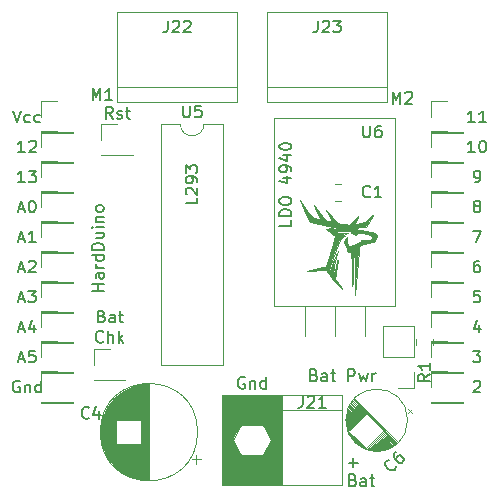
<source format=gbr>
G04 #@! TF.GenerationSoftware,KiCad,Pcbnew,(5.1.8)-1*
G04 #@! TF.CreationDate,2020-11-12T23:55:28+03:00*
G04 #@! TF.ProjectId,L293,4c323933-2e6b-4696-9361-645f70636258,rev?*
G04 #@! TF.SameCoordinates,Original*
G04 #@! TF.FileFunction,Legend,Top*
G04 #@! TF.FilePolarity,Positive*
%FSLAX46Y46*%
G04 Gerber Fmt 4.6, Leading zero omitted, Abs format (unit mm)*
G04 Created by KiCad (PCBNEW (5.1.8)-1) date 2020-11-12 23:55:28*
%MOMM*%
%LPD*%
G01*
G04 APERTURE LIST*
%ADD10C,0.150000*%
%ADD11C,0.200000*%
%ADD12C,0.100000*%
%ADD13C,0.120000*%
G04 APERTURE END LIST*
D10*
X97409047Y-36964880D02*
X97075714Y-36488690D01*
X96837619Y-36964880D02*
X96837619Y-35964880D01*
X97218571Y-35964880D01*
X97313809Y-36012500D01*
X97361428Y-36060119D01*
X97409047Y-36155357D01*
X97409047Y-36298214D01*
X97361428Y-36393452D01*
X97313809Y-36441071D01*
X97218571Y-36488690D01*
X96837619Y-36488690D01*
X97790000Y-36917261D02*
X97885238Y-36964880D01*
X98075714Y-36964880D01*
X98170952Y-36917261D01*
X98218571Y-36822023D01*
X98218571Y-36774404D01*
X98170952Y-36679166D01*
X98075714Y-36631547D01*
X97932857Y-36631547D01*
X97837619Y-36583928D01*
X97790000Y-36488690D01*
X97790000Y-36441071D01*
X97837619Y-36345833D01*
X97932857Y-36298214D01*
X98075714Y-36298214D01*
X98170952Y-36345833D01*
X98504285Y-36298214D02*
X98885238Y-36298214D01*
X98647142Y-35964880D02*
X98647142Y-36822023D01*
X98694761Y-36917261D01*
X98790000Y-36964880D01*
X98885238Y-36964880D01*
D11*
X96488333Y-53688571D02*
X96631190Y-53736190D01*
X96678809Y-53783809D01*
X96726428Y-53879047D01*
X96726428Y-54021904D01*
X96678809Y-54117142D01*
X96631190Y-54164761D01*
X96535952Y-54212380D01*
X96155000Y-54212380D01*
X96155000Y-53212380D01*
X96488333Y-53212380D01*
X96583571Y-53260000D01*
X96631190Y-53307619D01*
X96678809Y-53402857D01*
X96678809Y-53498095D01*
X96631190Y-53593333D01*
X96583571Y-53640952D01*
X96488333Y-53688571D01*
X96155000Y-53688571D01*
X97583571Y-54212380D02*
X97583571Y-53688571D01*
X97535952Y-53593333D01*
X97440714Y-53545714D01*
X97250238Y-53545714D01*
X97155000Y-53593333D01*
X97583571Y-54164761D02*
X97488333Y-54212380D01*
X97250238Y-54212380D01*
X97155000Y-54164761D01*
X97107380Y-54069523D01*
X97107380Y-53974285D01*
X97155000Y-53879047D01*
X97250238Y-53831428D01*
X97488333Y-53831428D01*
X97583571Y-53783809D01*
X97916904Y-53545714D02*
X98297857Y-53545714D01*
X98059761Y-53212380D02*
X98059761Y-54069523D01*
X98107380Y-54164761D01*
X98202619Y-54212380D01*
X98297857Y-54212380D01*
X96607380Y-55817142D02*
X96559761Y-55864761D01*
X96416904Y-55912380D01*
X96321666Y-55912380D01*
X96178809Y-55864761D01*
X96083571Y-55769523D01*
X96035952Y-55674285D01*
X95988333Y-55483809D01*
X95988333Y-55340952D01*
X96035952Y-55150476D01*
X96083571Y-55055238D01*
X96178809Y-54960000D01*
X96321666Y-54912380D01*
X96416904Y-54912380D01*
X96559761Y-54960000D01*
X96607380Y-55007619D01*
X97035952Y-55912380D02*
X97035952Y-54912380D01*
X97464523Y-55912380D02*
X97464523Y-55388571D01*
X97416904Y-55293333D01*
X97321666Y-55245714D01*
X97178809Y-55245714D01*
X97083571Y-55293333D01*
X97035952Y-55340952D01*
X97940714Y-55912380D02*
X97940714Y-54912380D01*
X98035952Y-55531428D02*
X98321666Y-55912380D01*
X98321666Y-55245714D02*
X97940714Y-55626666D01*
D12*
G36*
X108267500Y-65405000D02*
G01*
X110172500Y-65405000D01*
X110807500Y-64135000D01*
X111760000Y-64135000D01*
X111760000Y-67945000D01*
X106680000Y-67945000D01*
X106680000Y-64135000D01*
X107632500Y-64135000D01*
X108267500Y-65405000D01*
G37*
X108267500Y-65405000D02*
X110172500Y-65405000D01*
X110807500Y-64135000D01*
X111760000Y-64135000D01*
X111760000Y-67945000D01*
X106680000Y-67945000D01*
X106680000Y-64135000D01*
X107632500Y-64135000D01*
X108267500Y-65405000D01*
G36*
X111760000Y-64135000D02*
G01*
X110807500Y-64135000D01*
X110172500Y-62865000D01*
X108267500Y-62865000D01*
X107632500Y-64135000D01*
X106680000Y-64135000D01*
X106680000Y-60325000D01*
X111760000Y-60325000D01*
X111760000Y-64135000D01*
G37*
X111760000Y-64135000D02*
X110807500Y-64135000D01*
X110172500Y-62865000D01*
X108267500Y-62865000D01*
X107632500Y-64135000D01*
X106680000Y-64135000D01*
X106680000Y-60325000D01*
X111760000Y-60325000D01*
X111760000Y-64135000D01*
D10*
X117411547Y-66111428D02*
X118173452Y-66111428D01*
X117792500Y-66492380D02*
X117792500Y-65730476D01*
X112529880Y-45545000D02*
X112529880Y-46021190D01*
X111529880Y-46021190D01*
X112529880Y-45211666D02*
X111529880Y-45211666D01*
X111529880Y-44973571D01*
X111577500Y-44830714D01*
X111672738Y-44735476D01*
X111767976Y-44687857D01*
X111958452Y-44640238D01*
X112101309Y-44640238D01*
X112291785Y-44687857D01*
X112387023Y-44735476D01*
X112482261Y-44830714D01*
X112529880Y-44973571D01*
X112529880Y-45211666D01*
X111529880Y-44021190D02*
X111529880Y-43830714D01*
X111577500Y-43735476D01*
X111672738Y-43640238D01*
X111863214Y-43592619D01*
X112196547Y-43592619D01*
X112387023Y-43640238D01*
X112482261Y-43735476D01*
X112529880Y-43830714D01*
X112529880Y-44021190D01*
X112482261Y-44116428D01*
X112387023Y-44211666D01*
X112196547Y-44259285D01*
X111863214Y-44259285D01*
X111672738Y-44211666D01*
X111577500Y-44116428D01*
X111529880Y-44021190D01*
X111863214Y-41973571D02*
X112529880Y-41973571D01*
X111482261Y-42211666D02*
X112196547Y-42449761D01*
X112196547Y-41830714D01*
X112529880Y-41402142D02*
X112529880Y-41211666D01*
X112482261Y-41116428D01*
X112434642Y-41068809D01*
X112291785Y-40973571D01*
X112101309Y-40925952D01*
X111720357Y-40925952D01*
X111625119Y-40973571D01*
X111577500Y-41021190D01*
X111529880Y-41116428D01*
X111529880Y-41306904D01*
X111577500Y-41402142D01*
X111625119Y-41449761D01*
X111720357Y-41497380D01*
X111958452Y-41497380D01*
X112053690Y-41449761D01*
X112101309Y-41402142D01*
X112148928Y-41306904D01*
X112148928Y-41116428D01*
X112101309Y-41021190D01*
X112053690Y-40973571D01*
X111958452Y-40925952D01*
X111863214Y-40068809D02*
X112529880Y-40068809D01*
X111482261Y-40306904D02*
X112196547Y-40545000D01*
X112196547Y-39925952D01*
X111529880Y-39354523D02*
X111529880Y-39259285D01*
X111577500Y-39164047D01*
X111625119Y-39116428D01*
X111720357Y-39068809D01*
X111910833Y-39021190D01*
X112148928Y-39021190D01*
X112339404Y-39068809D01*
X112434642Y-39116428D01*
X112482261Y-39164047D01*
X112529880Y-39259285D01*
X112529880Y-39354523D01*
X112482261Y-39449761D01*
X112434642Y-39497380D01*
X112339404Y-39545000D01*
X112148928Y-39592619D01*
X111910833Y-39592619D01*
X111720357Y-39545000D01*
X111625119Y-39497380D01*
X111577500Y-39449761D01*
X111529880Y-39354523D01*
X104592380Y-43664047D02*
X104592380Y-44140238D01*
X103592380Y-44140238D01*
X103687619Y-43378333D02*
X103640000Y-43330714D01*
X103592380Y-43235476D01*
X103592380Y-42997380D01*
X103640000Y-42902142D01*
X103687619Y-42854523D01*
X103782857Y-42806904D01*
X103878095Y-42806904D01*
X104020952Y-42854523D01*
X104592380Y-43425952D01*
X104592380Y-42806904D01*
X104592380Y-42330714D02*
X104592380Y-42140238D01*
X104544761Y-42045000D01*
X104497142Y-41997380D01*
X104354285Y-41902142D01*
X104163809Y-41854523D01*
X103782857Y-41854523D01*
X103687619Y-41902142D01*
X103640000Y-41949761D01*
X103592380Y-42045000D01*
X103592380Y-42235476D01*
X103640000Y-42330714D01*
X103687619Y-42378333D01*
X103782857Y-42425952D01*
X104020952Y-42425952D01*
X104116190Y-42378333D01*
X104163809Y-42330714D01*
X104211428Y-42235476D01*
X104211428Y-42045000D01*
X104163809Y-41949761D01*
X104116190Y-41902142D01*
X104020952Y-41854523D01*
X103592380Y-41521190D02*
X103592380Y-40902142D01*
X103973333Y-41235476D01*
X103973333Y-41092619D01*
X104020952Y-40997380D01*
X104068571Y-40949761D01*
X104163809Y-40902142D01*
X104401904Y-40902142D01*
X104497142Y-40949761D01*
X104544761Y-40997380D01*
X104592380Y-41092619D01*
X104592380Y-41378333D01*
X104544761Y-41473571D01*
X104497142Y-41521190D01*
X114459047Y-58666071D02*
X114601904Y-58713690D01*
X114649523Y-58761309D01*
X114697142Y-58856547D01*
X114697142Y-58999404D01*
X114649523Y-59094642D01*
X114601904Y-59142261D01*
X114506666Y-59189880D01*
X114125714Y-59189880D01*
X114125714Y-58189880D01*
X114459047Y-58189880D01*
X114554285Y-58237500D01*
X114601904Y-58285119D01*
X114649523Y-58380357D01*
X114649523Y-58475595D01*
X114601904Y-58570833D01*
X114554285Y-58618452D01*
X114459047Y-58666071D01*
X114125714Y-58666071D01*
X115554285Y-59189880D02*
X115554285Y-58666071D01*
X115506666Y-58570833D01*
X115411428Y-58523214D01*
X115220952Y-58523214D01*
X115125714Y-58570833D01*
X115554285Y-59142261D02*
X115459047Y-59189880D01*
X115220952Y-59189880D01*
X115125714Y-59142261D01*
X115078095Y-59047023D01*
X115078095Y-58951785D01*
X115125714Y-58856547D01*
X115220952Y-58808928D01*
X115459047Y-58808928D01*
X115554285Y-58761309D01*
X115887619Y-58523214D02*
X116268571Y-58523214D01*
X116030476Y-58189880D02*
X116030476Y-59047023D01*
X116078095Y-59142261D01*
X116173333Y-59189880D01*
X116268571Y-59189880D01*
X117363809Y-59189880D02*
X117363809Y-58189880D01*
X117744761Y-58189880D01*
X117840000Y-58237500D01*
X117887619Y-58285119D01*
X117935238Y-58380357D01*
X117935238Y-58523214D01*
X117887619Y-58618452D01*
X117840000Y-58666071D01*
X117744761Y-58713690D01*
X117363809Y-58713690D01*
X118268571Y-58523214D02*
X118459047Y-59189880D01*
X118649523Y-58713690D01*
X118840000Y-59189880D01*
X119030476Y-58523214D01*
X119411428Y-59189880D02*
X119411428Y-58523214D01*
X119411428Y-58713690D02*
X119459047Y-58618452D01*
X119506666Y-58570833D01*
X119601904Y-58523214D01*
X119697142Y-58523214D01*
D12*
G36*
X113992500Y-44825000D02*
G01*
X114212500Y-45145000D01*
X114402500Y-45325000D01*
X114462500Y-45365000D01*
X114892500Y-45495000D01*
X114932500Y-45475000D01*
X114932500Y-45385000D01*
X114742500Y-44955000D01*
X114442500Y-44305000D01*
X115252500Y-45295000D01*
X115452500Y-45515000D01*
X115572500Y-45615000D01*
X115652500Y-45645000D01*
X115832500Y-45655000D01*
X116052500Y-45715000D01*
X116012500Y-45595000D01*
X115502500Y-44705000D01*
X116272500Y-45545000D01*
X116432500Y-45735000D01*
X116522500Y-45815000D01*
X116632500Y-45865000D01*
X117072500Y-45915000D01*
X117532500Y-45935000D01*
X118012500Y-45335000D01*
X118162500Y-45185000D01*
X118152500Y-45265000D01*
X118012500Y-45595000D01*
X117932500Y-45765000D01*
X117922500Y-45845000D01*
X118002500Y-45855000D01*
X118402500Y-45835000D01*
X118752500Y-45725000D01*
X119422500Y-45155000D01*
X119302500Y-45445000D01*
X118872500Y-46095000D01*
X118542500Y-46155000D01*
X117932500Y-46205000D01*
X117742500Y-46275000D01*
X117962500Y-46335000D01*
X119292500Y-46555000D01*
X119612500Y-46625000D01*
X119742500Y-46725000D01*
X119762500Y-46895000D01*
X119742500Y-47055000D01*
X119682500Y-47135000D01*
X119632500Y-47155000D01*
X119592500Y-47235000D01*
X119592500Y-47335000D01*
X119532500Y-47385000D01*
X119342500Y-47435000D01*
X118722500Y-47545000D01*
X118432500Y-47625000D01*
X118302500Y-47745000D01*
X118272500Y-47805000D01*
X118242500Y-47955000D01*
X118252500Y-48125000D01*
X117922500Y-51895000D01*
X117972500Y-48505000D01*
X117962500Y-48225000D01*
X117952500Y-48035000D01*
X117942500Y-47995000D01*
X117902500Y-47955000D01*
X117852500Y-48075000D01*
X117822500Y-48405000D01*
X117792500Y-48895000D01*
X117762500Y-50275000D01*
X117742500Y-50805000D01*
X117702500Y-51135000D01*
X117672500Y-50955000D01*
X117642500Y-50275000D01*
X117642500Y-49395000D01*
X117622500Y-48175000D01*
X117462500Y-48215000D01*
X117352500Y-48215000D01*
X117282500Y-48165000D01*
X117212500Y-48035000D01*
X116972500Y-47405000D01*
X117282500Y-47005000D01*
X117242500Y-47235000D01*
X117232500Y-47395000D01*
X117232500Y-47465000D01*
X117302500Y-47595000D01*
X117452500Y-47805000D01*
X118362500Y-47415000D01*
X118492500Y-47345000D01*
X118542500Y-47285000D01*
X118432500Y-47245000D01*
X118642500Y-47205000D01*
X119162500Y-47195000D01*
X119282500Y-47175000D01*
X119372500Y-47125000D01*
X119402500Y-47065000D01*
X119372500Y-46945000D01*
X119212500Y-46845000D01*
X118942500Y-46735000D01*
X118542500Y-46655000D01*
X118302500Y-46645000D01*
X118162500Y-46665000D01*
X118112500Y-46705000D01*
X118042500Y-46805000D01*
X117992500Y-46815000D01*
X117932500Y-46815000D01*
X117812500Y-46765000D01*
X117662500Y-46665000D01*
X117622500Y-46605000D01*
X117612500Y-46565000D01*
X117552500Y-46535000D01*
X117472500Y-46505000D01*
X116982500Y-46485000D01*
X116532500Y-46495000D01*
X116392500Y-46515000D01*
X116272500Y-46545000D01*
X116292500Y-46585000D01*
X116502500Y-46625000D01*
X116802500Y-46645000D01*
X117312500Y-46655000D01*
X116892500Y-46805000D01*
X116892500Y-46835000D01*
X117092500Y-46855000D01*
X117102500Y-46885000D01*
X116862500Y-47005000D01*
X116802500Y-47075000D01*
X116672500Y-47265000D01*
X116472500Y-47695000D01*
X116042500Y-48745000D01*
X115822500Y-49395000D01*
X115772500Y-49565000D01*
X115742500Y-49705000D01*
X115792500Y-49785000D01*
X115842500Y-49755000D01*
X115882500Y-49685000D01*
X115972500Y-49465000D01*
X116152500Y-48955000D01*
X116462500Y-48125000D01*
X116422500Y-48385000D01*
X116172500Y-49385000D01*
X116112500Y-49595000D01*
X116052500Y-49935000D01*
X116032500Y-50055000D01*
X116032500Y-50165000D01*
X116082500Y-50225000D01*
X116142500Y-50145000D01*
X116182500Y-49995000D01*
X116282500Y-49625000D01*
X116442500Y-48905000D01*
X116472500Y-48905000D01*
X116322500Y-50065000D01*
X116252500Y-50515000D01*
X116642500Y-51085000D01*
X116802500Y-51385000D01*
X116192500Y-50675000D01*
X115492500Y-49785000D01*
X113852500Y-49855000D01*
X115252500Y-49555000D01*
X115462500Y-49485000D01*
X115542500Y-49265000D01*
X115832500Y-48385000D01*
X116082500Y-47535000D01*
X116242500Y-46865000D01*
X115512500Y-46295000D01*
X115872500Y-46255000D01*
X116322500Y-46275000D01*
X116802500Y-46285000D01*
X114882500Y-45865000D01*
X114082500Y-45675000D01*
X113652500Y-44705000D01*
X113282500Y-43805000D01*
X113992500Y-44825000D01*
G37*
X113992500Y-44825000D02*
X114212500Y-45145000D01*
X114402500Y-45325000D01*
X114462500Y-45365000D01*
X114892500Y-45495000D01*
X114932500Y-45475000D01*
X114932500Y-45385000D01*
X114742500Y-44955000D01*
X114442500Y-44305000D01*
X115252500Y-45295000D01*
X115452500Y-45515000D01*
X115572500Y-45615000D01*
X115652500Y-45645000D01*
X115832500Y-45655000D01*
X116052500Y-45715000D01*
X116012500Y-45595000D01*
X115502500Y-44705000D01*
X116272500Y-45545000D01*
X116432500Y-45735000D01*
X116522500Y-45815000D01*
X116632500Y-45865000D01*
X117072500Y-45915000D01*
X117532500Y-45935000D01*
X118012500Y-45335000D01*
X118162500Y-45185000D01*
X118152500Y-45265000D01*
X118012500Y-45595000D01*
X117932500Y-45765000D01*
X117922500Y-45845000D01*
X118002500Y-45855000D01*
X118402500Y-45835000D01*
X118752500Y-45725000D01*
X119422500Y-45155000D01*
X119302500Y-45445000D01*
X118872500Y-46095000D01*
X118542500Y-46155000D01*
X117932500Y-46205000D01*
X117742500Y-46275000D01*
X117962500Y-46335000D01*
X119292500Y-46555000D01*
X119612500Y-46625000D01*
X119742500Y-46725000D01*
X119762500Y-46895000D01*
X119742500Y-47055000D01*
X119682500Y-47135000D01*
X119632500Y-47155000D01*
X119592500Y-47235000D01*
X119592500Y-47335000D01*
X119532500Y-47385000D01*
X119342500Y-47435000D01*
X118722500Y-47545000D01*
X118432500Y-47625000D01*
X118302500Y-47745000D01*
X118272500Y-47805000D01*
X118242500Y-47955000D01*
X118252500Y-48125000D01*
X117922500Y-51895000D01*
X117972500Y-48505000D01*
X117962500Y-48225000D01*
X117952500Y-48035000D01*
X117942500Y-47995000D01*
X117902500Y-47955000D01*
X117852500Y-48075000D01*
X117822500Y-48405000D01*
X117792500Y-48895000D01*
X117762500Y-50275000D01*
X117742500Y-50805000D01*
X117702500Y-51135000D01*
X117672500Y-50955000D01*
X117642500Y-50275000D01*
X117642500Y-49395000D01*
X117622500Y-48175000D01*
X117462500Y-48215000D01*
X117352500Y-48215000D01*
X117282500Y-48165000D01*
X117212500Y-48035000D01*
X116972500Y-47405000D01*
X117282500Y-47005000D01*
X117242500Y-47235000D01*
X117232500Y-47395000D01*
X117232500Y-47465000D01*
X117302500Y-47595000D01*
X117452500Y-47805000D01*
X118362500Y-47415000D01*
X118492500Y-47345000D01*
X118542500Y-47285000D01*
X118432500Y-47245000D01*
X118642500Y-47205000D01*
X119162500Y-47195000D01*
X119282500Y-47175000D01*
X119372500Y-47125000D01*
X119402500Y-47065000D01*
X119372500Y-46945000D01*
X119212500Y-46845000D01*
X118942500Y-46735000D01*
X118542500Y-46655000D01*
X118302500Y-46645000D01*
X118162500Y-46665000D01*
X118112500Y-46705000D01*
X118042500Y-46805000D01*
X117992500Y-46815000D01*
X117932500Y-46815000D01*
X117812500Y-46765000D01*
X117662500Y-46665000D01*
X117622500Y-46605000D01*
X117612500Y-46565000D01*
X117552500Y-46535000D01*
X117472500Y-46505000D01*
X116982500Y-46485000D01*
X116532500Y-46495000D01*
X116392500Y-46515000D01*
X116272500Y-46545000D01*
X116292500Y-46585000D01*
X116502500Y-46625000D01*
X116802500Y-46645000D01*
X117312500Y-46655000D01*
X116892500Y-46805000D01*
X116892500Y-46835000D01*
X117092500Y-46855000D01*
X117102500Y-46885000D01*
X116862500Y-47005000D01*
X116802500Y-47075000D01*
X116672500Y-47265000D01*
X116472500Y-47695000D01*
X116042500Y-48745000D01*
X115822500Y-49395000D01*
X115772500Y-49565000D01*
X115742500Y-49705000D01*
X115792500Y-49785000D01*
X115842500Y-49755000D01*
X115882500Y-49685000D01*
X115972500Y-49465000D01*
X116152500Y-48955000D01*
X116462500Y-48125000D01*
X116422500Y-48385000D01*
X116172500Y-49385000D01*
X116112500Y-49595000D01*
X116052500Y-49935000D01*
X116032500Y-50055000D01*
X116032500Y-50165000D01*
X116082500Y-50225000D01*
X116142500Y-50145000D01*
X116182500Y-49995000D01*
X116282500Y-49625000D01*
X116442500Y-48905000D01*
X116472500Y-48905000D01*
X116322500Y-50065000D01*
X116252500Y-50515000D01*
X116642500Y-51085000D01*
X116802500Y-51385000D01*
X116192500Y-50675000D01*
X115492500Y-49785000D01*
X113852500Y-49855000D01*
X115252500Y-49555000D01*
X115462500Y-49485000D01*
X115542500Y-49265000D01*
X115832500Y-48385000D01*
X116082500Y-47535000D01*
X116242500Y-46865000D01*
X115512500Y-46295000D01*
X115872500Y-46255000D01*
X116322500Y-46275000D01*
X116802500Y-46285000D01*
X114882500Y-45865000D01*
X114082500Y-45675000D01*
X113652500Y-44705000D01*
X113282500Y-43805000D01*
X113992500Y-44825000D01*
D10*
X121110476Y-35694880D02*
X121110476Y-34694880D01*
X121443809Y-35409166D01*
X121777142Y-34694880D01*
X121777142Y-35694880D01*
X122205714Y-34790119D02*
X122253333Y-34742500D01*
X122348571Y-34694880D01*
X122586666Y-34694880D01*
X122681904Y-34742500D01*
X122729523Y-34790119D01*
X122777142Y-34885357D01*
X122777142Y-34980595D01*
X122729523Y-35123452D01*
X122158095Y-35694880D01*
X122777142Y-35694880D01*
X95710476Y-35377380D02*
X95710476Y-34377380D01*
X96043809Y-35091666D01*
X96377142Y-34377380D01*
X96377142Y-35377380D01*
X97377142Y-35377380D02*
X96805714Y-35377380D01*
X97091428Y-35377380D02*
X97091428Y-34377380D01*
X96996190Y-34520238D01*
X96900952Y-34615476D01*
X96805714Y-34663095D01*
X108577142Y-58872500D02*
X108481904Y-58824880D01*
X108339047Y-58824880D01*
X108196190Y-58872500D01*
X108100952Y-58967738D01*
X108053333Y-59062976D01*
X108005714Y-59253452D01*
X108005714Y-59396309D01*
X108053333Y-59586785D01*
X108100952Y-59682023D01*
X108196190Y-59777261D01*
X108339047Y-59824880D01*
X108434285Y-59824880D01*
X108577142Y-59777261D01*
X108624761Y-59729642D01*
X108624761Y-59396309D01*
X108434285Y-59396309D01*
X109053333Y-59158214D02*
X109053333Y-59824880D01*
X109053333Y-59253452D02*
X109100952Y-59205833D01*
X109196190Y-59158214D01*
X109339047Y-59158214D01*
X109434285Y-59205833D01*
X109481904Y-59301071D01*
X109481904Y-59824880D01*
X110386666Y-59824880D02*
X110386666Y-58824880D01*
X110386666Y-59777261D02*
X110291428Y-59824880D01*
X110100952Y-59824880D01*
X110005714Y-59777261D01*
X109958095Y-59729642D01*
X109910476Y-59634404D01*
X109910476Y-59348690D01*
X109958095Y-59253452D01*
X110005714Y-59205833D01*
X110100952Y-59158214D01*
X110291428Y-59158214D01*
X110386666Y-59205833D01*
X117760833Y-67556071D02*
X117903690Y-67603690D01*
X117951309Y-67651309D01*
X117998928Y-67746547D01*
X117998928Y-67889404D01*
X117951309Y-67984642D01*
X117903690Y-68032261D01*
X117808452Y-68079880D01*
X117427500Y-68079880D01*
X117427500Y-67079880D01*
X117760833Y-67079880D01*
X117856071Y-67127500D01*
X117903690Y-67175119D01*
X117951309Y-67270357D01*
X117951309Y-67365595D01*
X117903690Y-67460833D01*
X117856071Y-67508452D01*
X117760833Y-67556071D01*
X117427500Y-67556071D01*
X118856071Y-68079880D02*
X118856071Y-67556071D01*
X118808452Y-67460833D01*
X118713214Y-67413214D01*
X118522738Y-67413214D01*
X118427500Y-67460833D01*
X118856071Y-68032261D02*
X118760833Y-68079880D01*
X118522738Y-68079880D01*
X118427500Y-68032261D01*
X118379880Y-67937023D01*
X118379880Y-67841785D01*
X118427500Y-67746547D01*
X118522738Y-67698928D01*
X118760833Y-67698928D01*
X118856071Y-67651309D01*
X119189404Y-67413214D02*
X119570357Y-67413214D01*
X119332261Y-67079880D02*
X119332261Y-67937023D01*
X119379880Y-68032261D01*
X119475119Y-68079880D01*
X119570357Y-68079880D01*
X96654880Y-51537738D02*
X95654880Y-51537738D01*
X96131071Y-51537738D02*
X96131071Y-50966309D01*
X96654880Y-50966309D02*
X95654880Y-50966309D01*
X96654880Y-50061547D02*
X96131071Y-50061547D01*
X96035833Y-50109166D01*
X95988214Y-50204404D01*
X95988214Y-50394880D01*
X96035833Y-50490119D01*
X96607261Y-50061547D02*
X96654880Y-50156785D01*
X96654880Y-50394880D01*
X96607261Y-50490119D01*
X96512023Y-50537738D01*
X96416785Y-50537738D01*
X96321547Y-50490119D01*
X96273928Y-50394880D01*
X96273928Y-50156785D01*
X96226309Y-50061547D01*
X96654880Y-49585357D02*
X95988214Y-49585357D01*
X96178690Y-49585357D02*
X96083452Y-49537738D01*
X96035833Y-49490119D01*
X95988214Y-49394880D01*
X95988214Y-49299642D01*
X96654880Y-48537738D02*
X95654880Y-48537738D01*
X96607261Y-48537738D02*
X96654880Y-48632976D01*
X96654880Y-48823452D01*
X96607261Y-48918690D01*
X96559642Y-48966309D01*
X96464404Y-49013928D01*
X96178690Y-49013928D01*
X96083452Y-48966309D01*
X96035833Y-48918690D01*
X95988214Y-48823452D01*
X95988214Y-48632976D01*
X96035833Y-48537738D01*
X96654880Y-48061547D02*
X95654880Y-48061547D01*
X95654880Y-47823452D01*
X95702500Y-47680595D01*
X95797738Y-47585357D01*
X95892976Y-47537738D01*
X96083452Y-47490119D01*
X96226309Y-47490119D01*
X96416785Y-47537738D01*
X96512023Y-47585357D01*
X96607261Y-47680595D01*
X96654880Y-47823452D01*
X96654880Y-48061547D01*
X95988214Y-46632976D02*
X96654880Y-46632976D01*
X95988214Y-47061547D02*
X96512023Y-47061547D01*
X96607261Y-47013928D01*
X96654880Y-46918690D01*
X96654880Y-46775833D01*
X96607261Y-46680595D01*
X96559642Y-46632976D01*
X96654880Y-46156785D02*
X95988214Y-46156785D01*
X95654880Y-46156785D02*
X95702500Y-46204404D01*
X95750119Y-46156785D01*
X95702500Y-46109166D01*
X95654880Y-46156785D01*
X95750119Y-46156785D01*
X95988214Y-45680595D02*
X96654880Y-45680595D01*
X96083452Y-45680595D02*
X96035833Y-45632976D01*
X95988214Y-45537738D01*
X95988214Y-45394880D01*
X96035833Y-45299642D01*
X96131071Y-45252023D01*
X96654880Y-45252023D01*
X96654880Y-44632976D02*
X96607261Y-44728214D01*
X96559642Y-44775833D01*
X96464404Y-44823452D01*
X96178690Y-44823452D01*
X96083452Y-44775833D01*
X96035833Y-44728214D01*
X95988214Y-44632976D01*
X95988214Y-44490119D01*
X96035833Y-44394880D01*
X96083452Y-44347261D01*
X96178690Y-44299642D01*
X96464404Y-44299642D01*
X96559642Y-44347261D01*
X96607261Y-44394880D01*
X96654880Y-44490119D01*
X96654880Y-44632976D01*
X89527142Y-59190000D02*
X89431904Y-59142380D01*
X89289047Y-59142380D01*
X89146190Y-59190000D01*
X89050952Y-59285238D01*
X89003333Y-59380476D01*
X88955714Y-59570952D01*
X88955714Y-59713809D01*
X89003333Y-59904285D01*
X89050952Y-59999523D01*
X89146190Y-60094761D01*
X89289047Y-60142380D01*
X89384285Y-60142380D01*
X89527142Y-60094761D01*
X89574761Y-60047142D01*
X89574761Y-59713809D01*
X89384285Y-59713809D01*
X90003333Y-59475714D02*
X90003333Y-60142380D01*
X90003333Y-59570952D02*
X90050952Y-59523333D01*
X90146190Y-59475714D01*
X90289047Y-59475714D01*
X90384285Y-59523333D01*
X90431904Y-59618571D01*
X90431904Y-60142380D01*
X91336666Y-60142380D02*
X91336666Y-59142380D01*
X91336666Y-60094761D02*
X91241428Y-60142380D01*
X91050952Y-60142380D01*
X90955714Y-60094761D01*
X90908095Y-60047142D01*
X90860476Y-59951904D01*
X90860476Y-59666190D01*
X90908095Y-59570952D01*
X90955714Y-59523333D01*
X91050952Y-59475714D01*
X91241428Y-59475714D01*
X91336666Y-59523333D01*
X89455714Y-57316666D02*
X89931904Y-57316666D01*
X89360476Y-57602380D02*
X89693809Y-56602380D01*
X90027142Y-57602380D01*
X90836666Y-56602380D02*
X90360476Y-56602380D01*
X90312857Y-57078571D01*
X90360476Y-57030952D01*
X90455714Y-56983333D01*
X90693809Y-56983333D01*
X90789047Y-57030952D01*
X90836666Y-57078571D01*
X90884285Y-57173809D01*
X90884285Y-57411904D01*
X90836666Y-57507142D01*
X90789047Y-57554761D01*
X90693809Y-57602380D01*
X90455714Y-57602380D01*
X90360476Y-57554761D01*
X90312857Y-57507142D01*
X89455714Y-54776666D02*
X89931904Y-54776666D01*
X89360476Y-55062380D02*
X89693809Y-54062380D01*
X90027142Y-55062380D01*
X90789047Y-54395714D02*
X90789047Y-55062380D01*
X90550952Y-54014761D02*
X90312857Y-54729047D01*
X90931904Y-54729047D01*
X89455714Y-52236666D02*
X89931904Y-52236666D01*
X89360476Y-52522380D02*
X89693809Y-51522380D01*
X90027142Y-52522380D01*
X90265238Y-51522380D02*
X90884285Y-51522380D01*
X90550952Y-51903333D01*
X90693809Y-51903333D01*
X90789047Y-51950952D01*
X90836666Y-51998571D01*
X90884285Y-52093809D01*
X90884285Y-52331904D01*
X90836666Y-52427142D01*
X90789047Y-52474761D01*
X90693809Y-52522380D01*
X90408095Y-52522380D01*
X90312857Y-52474761D01*
X90265238Y-52427142D01*
X89455714Y-49696666D02*
X89931904Y-49696666D01*
X89360476Y-49982380D02*
X89693809Y-48982380D01*
X90027142Y-49982380D01*
X90312857Y-49077619D02*
X90360476Y-49030000D01*
X90455714Y-48982380D01*
X90693809Y-48982380D01*
X90789047Y-49030000D01*
X90836666Y-49077619D01*
X90884285Y-49172857D01*
X90884285Y-49268095D01*
X90836666Y-49410952D01*
X90265238Y-49982380D01*
X90884285Y-49982380D01*
X89455714Y-47156666D02*
X89931904Y-47156666D01*
X89360476Y-47442380D02*
X89693809Y-46442380D01*
X90027142Y-47442380D01*
X90884285Y-47442380D02*
X90312857Y-47442380D01*
X90598571Y-47442380D02*
X90598571Y-46442380D01*
X90503333Y-46585238D01*
X90408095Y-46680476D01*
X90312857Y-46728095D01*
X89455714Y-44616666D02*
X89931904Y-44616666D01*
X89360476Y-44902380D02*
X89693809Y-43902380D01*
X90027142Y-44902380D01*
X90550952Y-43902380D02*
X90646190Y-43902380D01*
X90741428Y-43950000D01*
X90789047Y-43997619D01*
X90836666Y-44092857D01*
X90884285Y-44283333D01*
X90884285Y-44521428D01*
X90836666Y-44711904D01*
X90789047Y-44807142D01*
X90741428Y-44854761D01*
X90646190Y-44902380D01*
X90550952Y-44902380D01*
X90455714Y-44854761D01*
X90408095Y-44807142D01*
X90360476Y-44711904D01*
X90312857Y-44521428D01*
X90312857Y-44283333D01*
X90360476Y-44092857D01*
X90408095Y-43997619D01*
X90455714Y-43950000D01*
X90550952Y-43902380D01*
X88979523Y-36282380D02*
X89312857Y-37282380D01*
X89646190Y-36282380D01*
X90408095Y-37234761D02*
X90312857Y-37282380D01*
X90122380Y-37282380D01*
X90027142Y-37234761D01*
X89979523Y-37187142D01*
X89931904Y-37091904D01*
X89931904Y-36806190D01*
X89979523Y-36710952D01*
X90027142Y-36663333D01*
X90122380Y-36615714D01*
X90312857Y-36615714D01*
X90408095Y-36663333D01*
X91265238Y-37234761D02*
X91170000Y-37282380D01*
X90979523Y-37282380D01*
X90884285Y-37234761D01*
X90836666Y-37187142D01*
X90789047Y-37091904D01*
X90789047Y-36806190D01*
X90836666Y-36710952D01*
X90884285Y-36663333D01*
X90979523Y-36615714D01*
X91170000Y-36615714D01*
X91265238Y-36663333D01*
X89979523Y-42362380D02*
X89408095Y-42362380D01*
X89693809Y-42362380D02*
X89693809Y-41362380D01*
X89598571Y-41505238D01*
X89503333Y-41600476D01*
X89408095Y-41648095D01*
X90312857Y-41362380D02*
X90931904Y-41362380D01*
X90598571Y-41743333D01*
X90741428Y-41743333D01*
X90836666Y-41790952D01*
X90884285Y-41838571D01*
X90931904Y-41933809D01*
X90931904Y-42171904D01*
X90884285Y-42267142D01*
X90836666Y-42314761D01*
X90741428Y-42362380D01*
X90455714Y-42362380D01*
X90360476Y-42314761D01*
X90312857Y-42267142D01*
X89979523Y-39822380D02*
X89408095Y-39822380D01*
X89693809Y-39822380D02*
X89693809Y-38822380D01*
X89598571Y-38965238D01*
X89503333Y-39060476D01*
X89408095Y-39108095D01*
X90360476Y-38917619D02*
X90408095Y-38870000D01*
X90503333Y-38822380D01*
X90741428Y-38822380D01*
X90836666Y-38870000D01*
X90884285Y-38917619D01*
X90931904Y-39012857D01*
X90931904Y-39108095D01*
X90884285Y-39250952D01*
X90312857Y-39822380D01*
X90931904Y-39822380D01*
X128079523Y-37282380D02*
X127508095Y-37282380D01*
X127793809Y-37282380D02*
X127793809Y-36282380D01*
X127698571Y-36425238D01*
X127603333Y-36520476D01*
X127508095Y-36568095D01*
X129031904Y-37282380D02*
X128460476Y-37282380D01*
X128746190Y-37282380D02*
X128746190Y-36282380D01*
X128650952Y-36425238D01*
X128555714Y-36520476D01*
X128460476Y-36568095D01*
X128079523Y-39822380D02*
X127508095Y-39822380D01*
X127793809Y-39822380D02*
X127793809Y-38822380D01*
X127698571Y-38965238D01*
X127603333Y-39060476D01*
X127508095Y-39108095D01*
X128698571Y-38822380D02*
X128793809Y-38822380D01*
X128889047Y-38870000D01*
X128936666Y-38917619D01*
X128984285Y-39012857D01*
X129031904Y-39203333D01*
X129031904Y-39441428D01*
X128984285Y-39631904D01*
X128936666Y-39727142D01*
X128889047Y-39774761D01*
X128793809Y-39822380D01*
X128698571Y-39822380D01*
X128603333Y-39774761D01*
X128555714Y-39727142D01*
X128508095Y-39631904D01*
X128460476Y-39441428D01*
X128460476Y-39203333D01*
X128508095Y-39012857D01*
X128555714Y-38917619D01*
X128603333Y-38870000D01*
X128698571Y-38822380D01*
X128079523Y-42362380D02*
X128270000Y-42362380D01*
X128365238Y-42314761D01*
X128412857Y-42267142D01*
X128508095Y-42124285D01*
X128555714Y-41933809D01*
X128555714Y-41552857D01*
X128508095Y-41457619D01*
X128460476Y-41410000D01*
X128365238Y-41362380D01*
X128174761Y-41362380D01*
X128079523Y-41410000D01*
X128031904Y-41457619D01*
X127984285Y-41552857D01*
X127984285Y-41790952D01*
X128031904Y-41886190D01*
X128079523Y-41933809D01*
X128174761Y-41981428D01*
X128365238Y-41981428D01*
X128460476Y-41933809D01*
X128508095Y-41886190D01*
X128555714Y-41790952D01*
X128174761Y-44330952D02*
X128079523Y-44283333D01*
X128031904Y-44235714D01*
X127984285Y-44140476D01*
X127984285Y-44092857D01*
X128031904Y-43997619D01*
X128079523Y-43950000D01*
X128174761Y-43902380D01*
X128365238Y-43902380D01*
X128460476Y-43950000D01*
X128508095Y-43997619D01*
X128555714Y-44092857D01*
X128555714Y-44140476D01*
X128508095Y-44235714D01*
X128460476Y-44283333D01*
X128365238Y-44330952D01*
X128174761Y-44330952D01*
X128079523Y-44378571D01*
X128031904Y-44426190D01*
X127984285Y-44521428D01*
X127984285Y-44711904D01*
X128031904Y-44807142D01*
X128079523Y-44854761D01*
X128174761Y-44902380D01*
X128365238Y-44902380D01*
X128460476Y-44854761D01*
X128508095Y-44807142D01*
X128555714Y-44711904D01*
X128555714Y-44521428D01*
X128508095Y-44426190D01*
X128460476Y-44378571D01*
X128365238Y-44330952D01*
X127936666Y-46442380D02*
X128603333Y-46442380D01*
X128174761Y-47442380D01*
X128460476Y-48982380D02*
X128270000Y-48982380D01*
X128174761Y-49030000D01*
X128127142Y-49077619D01*
X128031904Y-49220476D01*
X127984285Y-49410952D01*
X127984285Y-49791904D01*
X128031904Y-49887142D01*
X128079523Y-49934761D01*
X128174761Y-49982380D01*
X128365238Y-49982380D01*
X128460476Y-49934761D01*
X128508095Y-49887142D01*
X128555714Y-49791904D01*
X128555714Y-49553809D01*
X128508095Y-49458571D01*
X128460476Y-49410952D01*
X128365238Y-49363333D01*
X128174761Y-49363333D01*
X128079523Y-49410952D01*
X128031904Y-49458571D01*
X127984285Y-49553809D01*
X128508095Y-51522380D02*
X128031904Y-51522380D01*
X127984285Y-51998571D01*
X128031904Y-51950952D01*
X128127142Y-51903333D01*
X128365238Y-51903333D01*
X128460476Y-51950952D01*
X128508095Y-51998571D01*
X128555714Y-52093809D01*
X128555714Y-52331904D01*
X128508095Y-52427142D01*
X128460476Y-52474761D01*
X128365238Y-52522380D01*
X128127142Y-52522380D01*
X128031904Y-52474761D01*
X127984285Y-52427142D01*
X128460476Y-54395714D02*
X128460476Y-55062380D01*
X128222380Y-54014761D02*
X127984285Y-54729047D01*
X128603333Y-54729047D01*
X127936666Y-56602380D02*
X128555714Y-56602380D01*
X128222380Y-56983333D01*
X128365238Y-56983333D01*
X128460476Y-57030952D01*
X128508095Y-57078571D01*
X128555714Y-57173809D01*
X128555714Y-57411904D01*
X128508095Y-57507142D01*
X128460476Y-57554761D01*
X128365238Y-57602380D01*
X128079523Y-57602380D01*
X127984285Y-57554761D01*
X127936666Y-57507142D01*
X127984285Y-59237619D02*
X128031904Y-59190000D01*
X128127142Y-59142380D01*
X128365238Y-59142380D01*
X128460476Y-59190000D01*
X128508095Y-59237619D01*
X128555714Y-59332857D01*
X128555714Y-59428095D01*
X128508095Y-59570952D01*
X127936666Y-60142380D01*
X128555714Y-60142380D01*
D13*
X122386117Y-62478883D02*
G75*
G03*
X122386117Y-62478883I-2620000J0D01*
G01*
X121590452Y-64303219D02*
X117941781Y-60654548D01*
X121562168Y-64331503D02*
X117913497Y-60682832D01*
X121533176Y-64359080D02*
X117885920Y-60711824D01*
X121504185Y-64386658D02*
X117858342Y-60740815D01*
X121474487Y-64413528D02*
X117831472Y-60770513D01*
X121444081Y-64439691D02*
X117805309Y-60800919D01*
X121412968Y-64465146D02*
X120331802Y-63383980D01*
X118861020Y-61913198D02*
X117779854Y-60832032D01*
X121381856Y-64490602D02*
X120303518Y-63412264D01*
X118832736Y-61941482D02*
X117754398Y-60863144D01*
X121350743Y-64516058D02*
X120275233Y-63440549D01*
X118804451Y-61969767D02*
X117728942Y-60894257D01*
X121318923Y-64540807D02*
X120246949Y-63468833D01*
X118776167Y-61998051D02*
X117704193Y-60926077D01*
X121286396Y-64564848D02*
X120218665Y-63497117D01*
X118747883Y-62026335D02*
X117680152Y-60958604D01*
X121253162Y-64588183D02*
X120190381Y-63525402D01*
X118719598Y-62054619D02*
X117656817Y-60991838D01*
X121219928Y-64611518D02*
X120162096Y-63553686D01*
X118691314Y-62082904D02*
X117633482Y-61025072D01*
X121185987Y-64634145D02*
X120133812Y-63581970D01*
X118663030Y-62111188D02*
X117610855Y-61059013D01*
X121152046Y-64656772D02*
X120105528Y-63610254D01*
X118634746Y-62139472D02*
X117588228Y-61092954D01*
X121117398Y-64678693D02*
X120077244Y-63638539D01*
X118606461Y-62167756D02*
X117566307Y-61127602D01*
X121082042Y-64699906D02*
X120048959Y-63666823D01*
X118578177Y-62196041D02*
X117545094Y-61162958D01*
X121046687Y-64721119D02*
X120020675Y-63695107D01*
X118549893Y-62224325D02*
X117523881Y-61198313D01*
X121009917Y-64742332D02*
X119991684Y-63724099D01*
X118520901Y-62253316D02*
X117502668Y-61235083D01*
X120973148Y-64762131D02*
X119963399Y-63752383D01*
X118492617Y-62281601D02*
X117482869Y-61271852D01*
X120935671Y-64781223D02*
X119935115Y-63780667D01*
X118464333Y-62309885D02*
X117463777Y-61309329D01*
X120898194Y-64800315D02*
X119906831Y-63808951D01*
X118436049Y-62338169D02*
X117444685Y-61346806D01*
X120860011Y-64818700D02*
X119878547Y-63837236D01*
X118407764Y-62366453D02*
X117426300Y-61384989D01*
X120821827Y-64837085D02*
X119850262Y-63865520D01*
X118379480Y-62394738D02*
X117407915Y-61423173D01*
X120782229Y-64854055D02*
X119821978Y-63893804D01*
X118351196Y-62423022D02*
X117390945Y-61462771D01*
X120742631Y-64871026D02*
X119793694Y-63922088D01*
X118322912Y-62451306D02*
X117373974Y-61502369D01*
X120702326Y-64887289D02*
X119765409Y-63950373D01*
X118294627Y-62479591D02*
X117357711Y-61542674D01*
X120662021Y-64903553D02*
X119737125Y-63978657D01*
X118266343Y-62507875D02*
X117341447Y-61582979D01*
X120620302Y-64918402D02*
X119708841Y-64006941D01*
X118238059Y-62536159D02*
X117326598Y-61624698D01*
X120578582Y-64933251D02*
X119680557Y-64035226D01*
X118209774Y-62564443D02*
X117311749Y-61666418D01*
X120536156Y-64947393D02*
X119652272Y-64063510D01*
X118181490Y-62592728D02*
X117297607Y-61708844D01*
X120492315Y-64960121D02*
X119623988Y-64091794D01*
X118153206Y-62621012D02*
X117284879Y-61752685D01*
X120449182Y-64973556D02*
X119595704Y-64120078D01*
X118124922Y-62649296D02*
X117271444Y-61795818D01*
X120404634Y-64985577D02*
X119567420Y-64148363D01*
X118096637Y-62677580D02*
X117259423Y-61840366D01*
X120359379Y-64996891D02*
X119539135Y-64176647D01*
X118068353Y-62705865D02*
X117248109Y-61885621D01*
X120313417Y-65007497D02*
X119510851Y-64204931D01*
X118040069Y-62734149D02*
X117237503Y-61931583D01*
X120266748Y-65017397D02*
X119482567Y-64233215D01*
X118011785Y-62762433D02*
X117227603Y-61978252D01*
X120219372Y-65026589D02*
X119454282Y-64261500D01*
X117983500Y-62790718D02*
X117218411Y-62025628D01*
X120171996Y-65035782D02*
X119425998Y-64289784D01*
X117955216Y-62819002D02*
X117209218Y-62073004D01*
X120122498Y-65042853D02*
X119397714Y-64318068D01*
X117926932Y-62847286D02*
X117202147Y-62122502D01*
X120073001Y-65049924D02*
X119369430Y-64346352D01*
X117898648Y-62875570D02*
X117195076Y-62171999D01*
X120022796Y-65056288D02*
X119341145Y-64374637D01*
X117870363Y-62903855D02*
X117188712Y-62222204D01*
X119971177Y-65061237D02*
X119312861Y-64402921D01*
X117842079Y-62932139D02*
X117183763Y-62273823D01*
X119918852Y-65065480D02*
X119284577Y-64431205D01*
X117813795Y-62960423D02*
X117179520Y-62326148D01*
X119865111Y-65068309D02*
X119256293Y-64459490D01*
X117785510Y-62988707D02*
X117176691Y-62379889D01*
X119810664Y-65070430D02*
X119228008Y-64487774D01*
X117757226Y-63016992D02*
X117174570Y-62434336D01*
X119755510Y-65071844D02*
X119199724Y-64516058D01*
X117728942Y-63045276D02*
X117173156Y-62489490D01*
X119698234Y-65071137D02*
X119171440Y-64544342D01*
X117700658Y-63073560D02*
X117173863Y-62546766D01*
X119640252Y-65069723D02*
X119143155Y-64572627D01*
X117672373Y-63101845D02*
X117175277Y-62604748D01*
X119580855Y-65066894D02*
X119114871Y-64600911D01*
X117644089Y-63130129D02*
X117178106Y-62664145D01*
X119520043Y-65062652D02*
X119086587Y-64629195D01*
X117615805Y-63158413D02*
X117182348Y-62724957D01*
X119457818Y-65056995D02*
X119058303Y-64657479D01*
X117587521Y-63186697D02*
X117188005Y-62787182D01*
X119393471Y-65049217D02*
X119030018Y-64685764D01*
X117559236Y-63214982D02*
X117195783Y-62851529D01*
X119327003Y-65039317D02*
X119001734Y-64714048D01*
X117530952Y-63243266D02*
X117205683Y-62917997D01*
X119258414Y-65027296D02*
X118973450Y-64742332D01*
X117502668Y-63271550D02*
X117217704Y-62986586D01*
X119187703Y-65013154D02*
X118945166Y-64770617D01*
X117474383Y-63299834D02*
X117231846Y-63057297D01*
X119114164Y-64996184D02*
X118916881Y-64798901D01*
X117446099Y-63328119D02*
X117248816Y-63130836D01*
X119037797Y-64976385D02*
X118888597Y-64827185D01*
X117417815Y-63356403D02*
X117268615Y-63207203D01*
X118957893Y-64953050D02*
X117291950Y-63287107D01*
X118873041Y-64924766D02*
X117320234Y-63371959D01*
X118783238Y-64891532D02*
X117353468Y-63461762D01*
X118687072Y-64851934D02*
X117393066Y-63557928D01*
X118581006Y-64802436D02*
X117442564Y-63663994D01*
X118462212Y-64740211D02*
X117504789Y-63782788D01*
X118321497Y-64656065D02*
X117588935Y-63923503D01*
X118127750Y-64518887D02*
X117726113Y-64117250D01*
X122792374Y-61538591D02*
X122438821Y-61892144D01*
X122792374Y-61892144D02*
X122438821Y-61538591D01*
X123115000Y-55618748D02*
X123115000Y-56141252D01*
X124535000Y-55618748D02*
X124535000Y-56141252D01*
X104494698Y-66215000D02*
X104494698Y-65415000D01*
X104894698Y-65815000D02*
X104094698Y-65815000D01*
X96404000Y-64033000D02*
X96404000Y-62967000D01*
X96444000Y-64268000D02*
X96444000Y-62732000D01*
X96484000Y-64448000D02*
X96484000Y-62552000D01*
X96524000Y-64598000D02*
X96524000Y-62402000D01*
X96564000Y-64729000D02*
X96564000Y-62271000D01*
X96604000Y-64846000D02*
X96604000Y-62154000D01*
X96644000Y-64953000D02*
X96644000Y-62047000D01*
X96684000Y-65052000D02*
X96684000Y-61948000D01*
X96724000Y-65145000D02*
X96724000Y-61855000D01*
X96764000Y-65231000D02*
X96764000Y-61769000D01*
X96804000Y-65313000D02*
X96804000Y-61687000D01*
X96844000Y-65390000D02*
X96844000Y-61610000D01*
X96884000Y-65464000D02*
X96884000Y-61536000D01*
X96924000Y-65534000D02*
X96924000Y-61466000D01*
X96964000Y-65602000D02*
X96964000Y-61398000D01*
X97004000Y-65666000D02*
X97004000Y-61334000D01*
X97044000Y-65728000D02*
X97044000Y-61272000D01*
X97084000Y-65787000D02*
X97084000Y-61213000D01*
X97124000Y-65845000D02*
X97124000Y-61155000D01*
X97164000Y-65900000D02*
X97164000Y-61100000D01*
X97204000Y-65954000D02*
X97204000Y-61046000D01*
X97244000Y-66005000D02*
X97244000Y-60995000D01*
X97284000Y-66056000D02*
X97284000Y-60944000D01*
X97324000Y-66104000D02*
X97324000Y-60896000D01*
X97364000Y-66151000D02*
X97364000Y-60849000D01*
X97404000Y-66197000D02*
X97404000Y-60803000D01*
X97444000Y-66241000D02*
X97444000Y-60759000D01*
X97484000Y-66284000D02*
X97484000Y-60716000D01*
X97524000Y-66326000D02*
X97524000Y-60674000D01*
X97564000Y-66367000D02*
X97564000Y-60633000D01*
X97604000Y-66407000D02*
X97604000Y-60593000D01*
X97644000Y-66445000D02*
X97644000Y-60555000D01*
X97684000Y-66483000D02*
X97684000Y-60517000D01*
X97724000Y-62460000D02*
X97724000Y-60481000D01*
X97724000Y-66519000D02*
X97724000Y-64540000D01*
X97764000Y-62460000D02*
X97764000Y-60445000D01*
X97764000Y-66555000D02*
X97764000Y-64540000D01*
X97804000Y-62460000D02*
X97804000Y-60410000D01*
X97804000Y-66590000D02*
X97804000Y-64540000D01*
X97844000Y-62460000D02*
X97844000Y-60376000D01*
X97844000Y-66624000D02*
X97844000Y-64540000D01*
X97884000Y-62460000D02*
X97884000Y-60344000D01*
X97884000Y-66656000D02*
X97884000Y-64540000D01*
X97924000Y-62460000D02*
X97924000Y-60311000D01*
X97924000Y-66689000D02*
X97924000Y-64540000D01*
X97964000Y-62460000D02*
X97964000Y-60280000D01*
X97964000Y-66720000D02*
X97964000Y-64540000D01*
X98004000Y-62460000D02*
X98004000Y-60250000D01*
X98004000Y-66750000D02*
X98004000Y-64540000D01*
X98044000Y-62460000D02*
X98044000Y-60220000D01*
X98044000Y-66780000D02*
X98044000Y-64540000D01*
X98084000Y-62460000D02*
X98084000Y-60191000D01*
X98084000Y-66809000D02*
X98084000Y-64540000D01*
X98124000Y-62460000D02*
X98124000Y-60162000D01*
X98124000Y-66838000D02*
X98124000Y-64540000D01*
X98164000Y-62460000D02*
X98164000Y-60135000D01*
X98164000Y-66865000D02*
X98164000Y-64540000D01*
X98204000Y-62460000D02*
X98204000Y-60108000D01*
X98204000Y-66892000D02*
X98204000Y-64540000D01*
X98244000Y-62460000D02*
X98244000Y-60082000D01*
X98244000Y-66918000D02*
X98244000Y-64540000D01*
X98284000Y-62460000D02*
X98284000Y-60056000D01*
X98284000Y-66944000D02*
X98284000Y-64540000D01*
X98324000Y-62460000D02*
X98324000Y-60031000D01*
X98324000Y-66969000D02*
X98324000Y-64540000D01*
X98364000Y-62460000D02*
X98364000Y-60007000D01*
X98364000Y-66993000D02*
X98364000Y-64540000D01*
X98404000Y-62460000D02*
X98404000Y-59983000D01*
X98404000Y-67017000D02*
X98404000Y-64540000D01*
X98444000Y-62460000D02*
X98444000Y-59960000D01*
X98444000Y-67040000D02*
X98444000Y-64540000D01*
X98484000Y-62460000D02*
X98484000Y-59938000D01*
X98484000Y-67062000D02*
X98484000Y-64540000D01*
X98524000Y-62460000D02*
X98524000Y-59916000D01*
X98524000Y-67084000D02*
X98524000Y-64540000D01*
X98564000Y-62460000D02*
X98564000Y-59894000D01*
X98564000Y-67106000D02*
X98564000Y-64540000D01*
X98604000Y-62460000D02*
X98604000Y-59873000D01*
X98604000Y-67127000D02*
X98604000Y-64540000D01*
X98644000Y-62460000D02*
X98644000Y-59853000D01*
X98644000Y-67147000D02*
X98644000Y-64540000D01*
X98684000Y-62460000D02*
X98684000Y-59834000D01*
X98684000Y-67166000D02*
X98684000Y-64540000D01*
X98724000Y-62460000D02*
X98724000Y-59814000D01*
X98724000Y-67186000D02*
X98724000Y-64540000D01*
X98764000Y-62460000D02*
X98764000Y-59796000D01*
X98764000Y-67204000D02*
X98764000Y-64540000D01*
X98804000Y-62460000D02*
X98804000Y-59778000D01*
X98804000Y-67222000D02*
X98804000Y-64540000D01*
X98844000Y-62460000D02*
X98844000Y-59760000D01*
X98844000Y-67240000D02*
X98844000Y-64540000D01*
X98884000Y-62460000D02*
X98884000Y-59743000D01*
X98884000Y-67257000D02*
X98884000Y-64540000D01*
X98924000Y-62460000D02*
X98924000Y-59726000D01*
X98924000Y-67274000D02*
X98924000Y-64540000D01*
X98964000Y-62460000D02*
X98964000Y-59710000D01*
X98964000Y-67290000D02*
X98964000Y-64540000D01*
X99004000Y-62460000D02*
X99004000Y-59695000D01*
X99004000Y-67305000D02*
X99004000Y-64540000D01*
X99044000Y-62460000D02*
X99044000Y-59679000D01*
X99044000Y-67321000D02*
X99044000Y-64540000D01*
X99084000Y-62460000D02*
X99084000Y-59665000D01*
X99084000Y-67335000D02*
X99084000Y-64540000D01*
X99124000Y-62460000D02*
X99124000Y-59650000D01*
X99124000Y-67350000D02*
X99124000Y-64540000D01*
X99164000Y-62460000D02*
X99164000Y-59637000D01*
X99164000Y-67363000D02*
X99164000Y-64540000D01*
X99204000Y-62460000D02*
X99204000Y-59623000D01*
X99204000Y-67377000D02*
X99204000Y-64540000D01*
X99244000Y-62460000D02*
X99244000Y-59611000D01*
X99244000Y-67389000D02*
X99244000Y-64540000D01*
X99284000Y-62460000D02*
X99284000Y-59598000D01*
X99284000Y-67402000D02*
X99284000Y-64540000D01*
X99324000Y-62460000D02*
X99324000Y-59586000D01*
X99324000Y-67414000D02*
X99324000Y-64540000D01*
X99364000Y-62460000D02*
X99364000Y-59575000D01*
X99364000Y-67425000D02*
X99364000Y-64540000D01*
X99404000Y-62460000D02*
X99404000Y-59564000D01*
X99404000Y-67436000D02*
X99404000Y-64540000D01*
X99444000Y-62460000D02*
X99444000Y-59553000D01*
X99444000Y-67447000D02*
X99444000Y-64540000D01*
X99484000Y-62460000D02*
X99484000Y-59543000D01*
X99484000Y-67457000D02*
X99484000Y-64540000D01*
X99524000Y-62460000D02*
X99524000Y-59533000D01*
X99524000Y-67467000D02*
X99524000Y-64540000D01*
X99564000Y-62460000D02*
X99564000Y-59524000D01*
X99564000Y-67476000D02*
X99564000Y-64540000D01*
X99604000Y-62460000D02*
X99604000Y-59515000D01*
X99604000Y-67485000D02*
X99604000Y-64540000D01*
X99644000Y-62460000D02*
X99644000Y-59506000D01*
X99644000Y-67494000D02*
X99644000Y-64540000D01*
X99684000Y-62460000D02*
X99684000Y-59498000D01*
X99684000Y-67502000D02*
X99684000Y-64540000D01*
X99724000Y-62460000D02*
X99724000Y-59490000D01*
X99724000Y-67510000D02*
X99724000Y-64540000D01*
X99764000Y-62460000D02*
X99764000Y-59483000D01*
X99764000Y-67517000D02*
X99764000Y-64540000D01*
X99805000Y-67524000D02*
X99805000Y-59476000D01*
X99845000Y-67530000D02*
X99845000Y-59470000D01*
X99885000Y-67537000D02*
X99885000Y-59463000D01*
X99925000Y-67542000D02*
X99925000Y-59458000D01*
X99965000Y-67548000D02*
X99965000Y-59452000D01*
X100005000Y-67552000D02*
X100005000Y-59448000D01*
X100045000Y-67557000D02*
X100045000Y-59443000D01*
X100085000Y-67561000D02*
X100085000Y-59439000D01*
X100125000Y-67565000D02*
X100125000Y-59435000D01*
X100165000Y-67568000D02*
X100165000Y-59432000D01*
X100205000Y-67571000D02*
X100205000Y-59429000D01*
X100245000Y-67574000D02*
X100245000Y-59426000D01*
X100285000Y-67576000D02*
X100285000Y-59424000D01*
X100325000Y-67577000D02*
X100325000Y-59423000D01*
X100365000Y-67579000D02*
X100365000Y-59421000D01*
X100405000Y-67580000D02*
X100405000Y-59420000D01*
X100445000Y-67580000D02*
X100445000Y-59420000D01*
X100485000Y-67580000D02*
X100485000Y-59420000D01*
X104605000Y-63500000D02*
G75*
G03*
X104605000Y-63500000I-4120000J0D01*
G01*
X124400000Y-58360000D02*
X125730000Y-58360000D01*
X124400000Y-59690000D02*
X124400000Y-58360000D01*
X124400000Y-60960000D02*
X127060000Y-60960000D01*
X127060000Y-60960000D02*
X127060000Y-61020000D01*
X124400000Y-60960000D02*
X124400000Y-61020000D01*
X124400000Y-61020000D02*
X127060000Y-61020000D01*
X124400000Y-58480000D02*
X127060000Y-58480000D01*
X124400000Y-58420000D02*
X124400000Y-58480000D01*
X127060000Y-58420000D02*
X127060000Y-58480000D01*
X124400000Y-58420000D02*
X127060000Y-58420000D01*
X124400000Y-57150000D02*
X124400000Y-55820000D01*
X124400000Y-55820000D02*
X125730000Y-55820000D01*
X124400000Y-53280000D02*
X125730000Y-53280000D01*
X124400000Y-54610000D02*
X124400000Y-53280000D01*
X124400000Y-55880000D02*
X127060000Y-55880000D01*
X127060000Y-55880000D02*
X127060000Y-55940000D01*
X124400000Y-55880000D02*
X124400000Y-55940000D01*
X124400000Y-55940000D02*
X127060000Y-55940000D01*
X124400000Y-53400000D02*
X127060000Y-53400000D01*
X124400000Y-53340000D02*
X124400000Y-53400000D01*
X127060000Y-53340000D02*
X127060000Y-53400000D01*
X124400000Y-53340000D02*
X127060000Y-53340000D01*
X124400000Y-52070000D02*
X124400000Y-50740000D01*
X124400000Y-50740000D02*
X125730000Y-50740000D01*
X124400000Y-48200000D02*
X125730000Y-48200000D01*
X124400000Y-49530000D02*
X124400000Y-48200000D01*
X124400000Y-50800000D02*
X127060000Y-50800000D01*
X127060000Y-50800000D02*
X127060000Y-50860000D01*
X124400000Y-50800000D02*
X124400000Y-50860000D01*
X124400000Y-50860000D02*
X127060000Y-50860000D01*
X124400000Y-48320000D02*
X127060000Y-48320000D01*
X124400000Y-48260000D02*
X124400000Y-48320000D01*
X127060000Y-48260000D02*
X127060000Y-48320000D01*
X124400000Y-48260000D02*
X127060000Y-48260000D01*
X124400000Y-46990000D02*
X124400000Y-45660000D01*
X124400000Y-45660000D02*
X125730000Y-45660000D01*
X124400000Y-43120000D02*
X125730000Y-43120000D01*
X124400000Y-44450000D02*
X124400000Y-43120000D01*
X124400000Y-45720000D02*
X127060000Y-45720000D01*
X127060000Y-45720000D02*
X127060000Y-45780000D01*
X124400000Y-45720000D02*
X124400000Y-45780000D01*
X124400000Y-45780000D02*
X127060000Y-45780000D01*
X124400000Y-43240000D02*
X127060000Y-43240000D01*
X124400000Y-43180000D02*
X124400000Y-43240000D01*
X127060000Y-43180000D02*
X127060000Y-43240000D01*
X124400000Y-43180000D02*
X127060000Y-43180000D01*
X124400000Y-41910000D02*
X124400000Y-40580000D01*
X124400000Y-40580000D02*
X125730000Y-40580000D01*
X124400000Y-38040000D02*
X125730000Y-38040000D01*
X124400000Y-39370000D02*
X124400000Y-38040000D01*
X124400000Y-40640000D02*
X127060000Y-40640000D01*
X127060000Y-40640000D02*
X127060000Y-40700000D01*
X124400000Y-40640000D02*
X124400000Y-40700000D01*
X124400000Y-40700000D02*
X127060000Y-40700000D01*
X124400000Y-38160000D02*
X127060000Y-38160000D01*
X124400000Y-38100000D02*
X124400000Y-38160000D01*
X127060000Y-38100000D02*
X127060000Y-38160000D01*
X124400000Y-38100000D02*
X127060000Y-38100000D01*
X124400000Y-36830000D02*
X124400000Y-35500000D01*
X124400000Y-35500000D02*
X125730000Y-35500000D01*
X91380000Y-38040000D02*
X92710000Y-38040000D01*
X91380000Y-39370000D02*
X91380000Y-38040000D01*
X91380000Y-40640000D02*
X94040000Y-40640000D01*
X94040000Y-40640000D02*
X94040000Y-40700000D01*
X91380000Y-40640000D02*
X91380000Y-40700000D01*
X91380000Y-40700000D02*
X94040000Y-40700000D01*
X91380000Y-43240000D02*
X94040000Y-43240000D01*
X91380000Y-43180000D02*
X91380000Y-43240000D01*
X94040000Y-43180000D02*
X94040000Y-43240000D01*
X91380000Y-43180000D02*
X94040000Y-43180000D01*
X91380000Y-41910000D02*
X91380000Y-40580000D01*
X91380000Y-40580000D02*
X92710000Y-40580000D01*
X91380000Y-45780000D02*
X94040000Y-45780000D01*
X91380000Y-45720000D02*
X91380000Y-45780000D01*
X94040000Y-45720000D02*
X94040000Y-45780000D01*
X91380000Y-45720000D02*
X94040000Y-45720000D01*
X91380000Y-44450000D02*
X91380000Y-43120000D01*
X91380000Y-43120000D02*
X92710000Y-43120000D01*
X91380000Y-45660000D02*
X92710000Y-45660000D01*
X91380000Y-46990000D02*
X91380000Y-45660000D01*
X91380000Y-48260000D02*
X94040000Y-48260000D01*
X94040000Y-48260000D02*
X94040000Y-48320000D01*
X91380000Y-48260000D02*
X91380000Y-48320000D01*
X91380000Y-48320000D02*
X94040000Y-48320000D01*
X91380000Y-50860000D02*
X94040000Y-50860000D01*
X91380000Y-50800000D02*
X91380000Y-50860000D01*
X94040000Y-50800000D02*
X94040000Y-50860000D01*
X91380000Y-50800000D02*
X94040000Y-50800000D01*
X91380000Y-49530000D02*
X91380000Y-48200000D01*
X91380000Y-48200000D02*
X92710000Y-48200000D01*
X91380000Y-50740000D02*
X92710000Y-50740000D01*
X91380000Y-52070000D02*
X91380000Y-50740000D01*
X91380000Y-53340000D02*
X94040000Y-53340000D01*
X94040000Y-53340000D02*
X94040000Y-53400000D01*
X91380000Y-53340000D02*
X91380000Y-53400000D01*
X91380000Y-53400000D02*
X94040000Y-53400000D01*
X91380000Y-55940000D02*
X94040000Y-55940000D01*
X91380000Y-55880000D02*
X91380000Y-55940000D01*
X94040000Y-55880000D02*
X94040000Y-55940000D01*
X91380000Y-55880000D02*
X94040000Y-55880000D01*
X91380000Y-54610000D02*
X91380000Y-53280000D01*
X91380000Y-53280000D02*
X92710000Y-53280000D01*
X91380000Y-55820000D02*
X92710000Y-55820000D01*
X91380000Y-57150000D02*
X91380000Y-55820000D01*
X91380000Y-58420000D02*
X94040000Y-58420000D01*
X94040000Y-58420000D02*
X94040000Y-58480000D01*
X91380000Y-58420000D02*
X91380000Y-58480000D01*
X91380000Y-58480000D02*
X94040000Y-58480000D01*
X91380000Y-38160000D02*
X94040000Y-38160000D01*
X91380000Y-38100000D02*
X91380000Y-38160000D01*
X94040000Y-38100000D02*
X94040000Y-38160000D01*
X91380000Y-38100000D02*
X94040000Y-38100000D01*
X91380000Y-36830000D02*
X91380000Y-35500000D01*
X91380000Y-35500000D02*
X92710000Y-35500000D01*
X91380000Y-58360000D02*
X92710000Y-58360000D01*
X91380000Y-59690000D02*
X91380000Y-58360000D01*
X91380000Y-60960000D02*
X94040000Y-60960000D01*
X94040000Y-60960000D02*
X94040000Y-61020000D01*
X91380000Y-60960000D02*
X91380000Y-61020000D01*
X91380000Y-61020000D02*
X94040000Y-61020000D01*
X116261248Y-42470000D02*
X116783752Y-42470000D01*
X116261248Y-43890000D02*
X116783752Y-43890000D01*
X106680000Y-61595000D02*
X116840000Y-61595000D01*
X106680000Y-60325000D02*
X106680000Y-67945000D01*
X106680000Y-67945000D02*
X116840000Y-67945000D01*
X116840000Y-67945000D02*
X116840000Y-60325000D01*
X116840000Y-60325000D02*
X106680000Y-60325000D01*
X97790000Y-35560000D02*
X107950000Y-35560000D01*
X97790000Y-27940000D02*
X97790000Y-35560000D01*
X107950000Y-27940000D02*
X97790000Y-27940000D01*
X107950000Y-35560000D02*
X107950000Y-27940000D01*
X107950000Y-34290000D02*
X97790000Y-34290000D01*
X120650000Y-34290000D02*
X110490000Y-34290000D01*
X120650000Y-35560000D02*
X120650000Y-27940000D01*
X120650000Y-27940000D02*
X110490000Y-27940000D01*
X110490000Y-27940000D02*
X110490000Y-35560000D01*
X110490000Y-35560000D02*
X120650000Y-35560000D01*
X103140000Y-37405000D02*
X101490000Y-37405000D01*
X101490000Y-37405000D02*
X101490000Y-57845000D01*
X101490000Y-57845000D02*
X106790000Y-57845000D01*
X106790000Y-57845000D02*
X106790000Y-37405000D01*
X106790000Y-37405000D02*
X105140000Y-37405000D01*
X105140000Y-37405000D02*
G75*
G02*
X103140000Y-37405000I-1000000J0D01*
G01*
X122932500Y-54550000D02*
X120272500Y-54550000D01*
X122932500Y-57150000D02*
X122932500Y-54550000D01*
X120272500Y-57150000D02*
X120272500Y-54550000D01*
X122932500Y-57150000D02*
X120272500Y-57150000D01*
X122932500Y-58420000D02*
X122932500Y-59750000D01*
X122932500Y-59750000D02*
X121602500Y-59750000D01*
X111085000Y-52825000D02*
X121325000Y-52825000D01*
X111085000Y-36935000D02*
X121325000Y-36935000D01*
X111085000Y-36935000D02*
X111085000Y-52825000D01*
X121325000Y-36935000D02*
X121325000Y-52825000D01*
X113665000Y-52825000D02*
X113665000Y-55365000D01*
X116205000Y-52825000D02*
X116205000Y-55365000D01*
X118745000Y-52825000D02*
X118745000Y-55365000D01*
X96460000Y-40065000D02*
X99120000Y-40065000D01*
X96460000Y-40005000D02*
X96460000Y-40065000D01*
X99120000Y-40005000D02*
X99120000Y-40065000D01*
X96460000Y-40005000D02*
X99120000Y-40005000D01*
X96460000Y-38735000D02*
X96460000Y-37405000D01*
X96460000Y-37405000D02*
X97790000Y-37405000D01*
X95825000Y-56455000D02*
X97155000Y-56455000D01*
X95825000Y-57785000D02*
X95825000Y-56455000D01*
X95825000Y-59055000D02*
X98485000Y-59055000D01*
X98485000Y-59055000D02*
X98485000Y-59115000D01*
X95825000Y-59055000D02*
X95825000Y-59115000D01*
X95825000Y-59115000D02*
X98485000Y-59115000D01*
D10*
X121419687Y-66410389D02*
X121419687Y-66477732D01*
X121352343Y-66612419D01*
X121285000Y-66679763D01*
X121150312Y-66747106D01*
X121015625Y-66747106D01*
X120914610Y-66713435D01*
X120746251Y-66612419D01*
X120645236Y-66511404D01*
X120544221Y-66343045D01*
X120510549Y-66242030D01*
X120510549Y-66107343D01*
X120577893Y-65972656D01*
X120645236Y-65905312D01*
X120779923Y-65837969D01*
X120847267Y-65837969D01*
X121386015Y-65164534D02*
X121251328Y-65299221D01*
X121217656Y-65400236D01*
X121217656Y-65467580D01*
X121251328Y-65635938D01*
X121352343Y-65804297D01*
X121621717Y-66073671D01*
X121722732Y-66107343D01*
X121790076Y-66107343D01*
X121891091Y-66073671D01*
X122025778Y-65938984D01*
X122059450Y-65837969D01*
X122059450Y-65770625D01*
X122025778Y-65669610D01*
X121857419Y-65501251D01*
X121756404Y-65467580D01*
X121689061Y-65467580D01*
X121588045Y-65501251D01*
X121453358Y-65635938D01*
X121419687Y-65736954D01*
X121419687Y-65804297D01*
X121453358Y-65905312D01*
X124277380Y-58586666D02*
X123801190Y-58920000D01*
X124277380Y-59158095D02*
X123277380Y-59158095D01*
X123277380Y-58777142D01*
X123325000Y-58681904D01*
X123372619Y-58634285D01*
X123467857Y-58586666D01*
X123610714Y-58586666D01*
X123705952Y-58634285D01*
X123753571Y-58681904D01*
X123801190Y-58777142D01*
X123801190Y-59158095D01*
X124277380Y-57634285D02*
X124277380Y-58205714D01*
X124277380Y-57920000D02*
X123277380Y-57920000D01*
X123420238Y-58015238D01*
X123515476Y-58110476D01*
X123563095Y-58205714D01*
X95400833Y-62269642D02*
X95353214Y-62317261D01*
X95210357Y-62364880D01*
X95115119Y-62364880D01*
X94972261Y-62317261D01*
X94877023Y-62222023D01*
X94829404Y-62126785D01*
X94781785Y-61936309D01*
X94781785Y-61793452D01*
X94829404Y-61602976D01*
X94877023Y-61507738D01*
X94972261Y-61412500D01*
X95115119Y-61364880D01*
X95210357Y-61364880D01*
X95353214Y-61412500D01*
X95400833Y-61460119D01*
X96257976Y-61698214D02*
X96257976Y-62364880D01*
X96019880Y-61317261D02*
X95781785Y-62031547D01*
X96400833Y-62031547D01*
X119213333Y-43537142D02*
X119165714Y-43584761D01*
X119022857Y-43632380D01*
X118927619Y-43632380D01*
X118784761Y-43584761D01*
X118689523Y-43489523D01*
X118641904Y-43394285D01*
X118594285Y-43203809D01*
X118594285Y-43060952D01*
X118641904Y-42870476D01*
X118689523Y-42775238D01*
X118784761Y-42680000D01*
X118927619Y-42632380D01*
X119022857Y-42632380D01*
X119165714Y-42680000D01*
X119213333Y-42727619D01*
X120165714Y-43632380D02*
X119594285Y-43632380D01*
X119880000Y-43632380D02*
X119880000Y-42632380D01*
X119784761Y-42775238D01*
X119689523Y-42870476D01*
X119594285Y-42918095D01*
X113490476Y-60432380D02*
X113490476Y-61146666D01*
X113442857Y-61289523D01*
X113347619Y-61384761D01*
X113204761Y-61432380D01*
X113109523Y-61432380D01*
X113919047Y-60527619D02*
X113966666Y-60480000D01*
X114061904Y-60432380D01*
X114300000Y-60432380D01*
X114395238Y-60480000D01*
X114442857Y-60527619D01*
X114490476Y-60622857D01*
X114490476Y-60718095D01*
X114442857Y-60860952D01*
X113871428Y-61432380D01*
X114490476Y-61432380D01*
X115442857Y-61432380D02*
X114871428Y-61432380D01*
X115157142Y-61432380D02*
X115157142Y-60432380D01*
X115061904Y-60575238D01*
X114966666Y-60670476D01*
X114871428Y-60718095D01*
X102060476Y-28662380D02*
X102060476Y-29376666D01*
X102012857Y-29519523D01*
X101917619Y-29614761D01*
X101774761Y-29662380D01*
X101679523Y-29662380D01*
X102489047Y-28757619D02*
X102536666Y-28710000D01*
X102631904Y-28662380D01*
X102870000Y-28662380D01*
X102965238Y-28710000D01*
X103012857Y-28757619D01*
X103060476Y-28852857D01*
X103060476Y-28948095D01*
X103012857Y-29090952D01*
X102441428Y-29662380D01*
X103060476Y-29662380D01*
X103441428Y-28757619D02*
X103489047Y-28710000D01*
X103584285Y-28662380D01*
X103822380Y-28662380D01*
X103917619Y-28710000D01*
X103965238Y-28757619D01*
X104012857Y-28852857D01*
X104012857Y-28948095D01*
X103965238Y-29090952D01*
X103393809Y-29662380D01*
X104012857Y-29662380D01*
X114760476Y-28662380D02*
X114760476Y-29376666D01*
X114712857Y-29519523D01*
X114617619Y-29614761D01*
X114474761Y-29662380D01*
X114379523Y-29662380D01*
X115189047Y-28757619D02*
X115236666Y-28710000D01*
X115331904Y-28662380D01*
X115570000Y-28662380D01*
X115665238Y-28710000D01*
X115712857Y-28757619D01*
X115760476Y-28852857D01*
X115760476Y-28948095D01*
X115712857Y-29090952D01*
X115141428Y-29662380D01*
X115760476Y-29662380D01*
X116093809Y-28662380D02*
X116712857Y-28662380D01*
X116379523Y-29043333D01*
X116522380Y-29043333D01*
X116617619Y-29090952D01*
X116665238Y-29138571D01*
X116712857Y-29233809D01*
X116712857Y-29471904D01*
X116665238Y-29567142D01*
X116617619Y-29614761D01*
X116522380Y-29662380D01*
X116236666Y-29662380D01*
X116141428Y-29614761D01*
X116093809Y-29567142D01*
X103378095Y-35857380D02*
X103378095Y-36666904D01*
X103425714Y-36762142D01*
X103473333Y-36809761D01*
X103568571Y-36857380D01*
X103759047Y-36857380D01*
X103854285Y-36809761D01*
X103901904Y-36762142D01*
X103949523Y-36666904D01*
X103949523Y-35857380D01*
X104901904Y-35857380D02*
X104425714Y-35857380D01*
X104378095Y-36333571D01*
X104425714Y-36285952D01*
X104520952Y-36238333D01*
X104759047Y-36238333D01*
X104854285Y-36285952D01*
X104901904Y-36333571D01*
X104949523Y-36428809D01*
X104949523Y-36666904D01*
X104901904Y-36762142D01*
X104854285Y-36809761D01*
X104759047Y-36857380D01*
X104520952Y-36857380D01*
X104425714Y-36809761D01*
X104378095Y-36762142D01*
X118618095Y-37552380D02*
X118618095Y-38361904D01*
X118665714Y-38457142D01*
X118713333Y-38504761D01*
X118808571Y-38552380D01*
X118999047Y-38552380D01*
X119094285Y-38504761D01*
X119141904Y-38457142D01*
X119189523Y-38361904D01*
X119189523Y-37552380D01*
X120094285Y-37552380D02*
X119903809Y-37552380D01*
X119808571Y-37600000D01*
X119760952Y-37647619D01*
X119665714Y-37790476D01*
X119618095Y-37980952D01*
X119618095Y-38361904D01*
X119665714Y-38457142D01*
X119713333Y-38504761D01*
X119808571Y-38552380D01*
X119999047Y-38552380D01*
X120094285Y-38504761D01*
X120141904Y-38457142D01*
X120189523Y-38361904D01*
X120189523Y-38123809D01*
X120141904Y-38028571D01*
X120094285Y-37980952D01*
X119999047Y-37933333D01*
X119808571Y-37933333D01*
X119713333Y-37980952D01*
X119665714Y-38028571D01*
X119618095Y-38123809D01*
M02*

</source>
